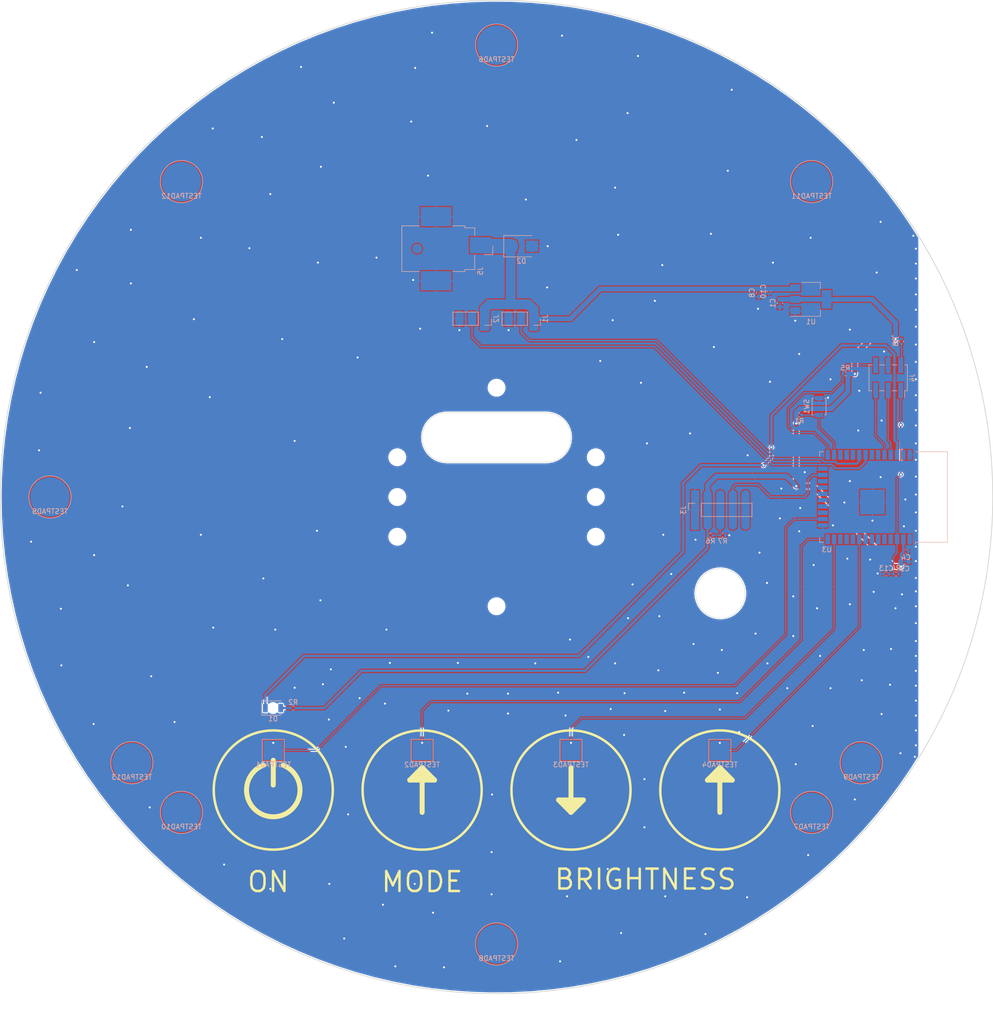
<source format=kicad_pcb>
(kicad_pcb (version 20171130) (host pcbnew "(5.1.8)-1")
  (layers (0 F.Cu signal hide) (31 B.Cu signal hide) (34 B.Paste user) (35 F.Paste user) (36 B.SilkS user) (37 F.SilkS user hide) (38 B.Mask user) (39 F.Mask user) (44 Edge.Cuts user))
  (net 0 "")
  (net 1 GND)
  (net 2 +3V3)
  (net 3 +5V)
  (net 4 /ESP_EN)
  (net 5 "Net-(D1-Pad2)")
  (net 6 /LED_ON)
  (net 7 /LED_WS2812B_1)
  (net 8 /LED_WS2812B_2)
  (net 9 "Net-(J3-Pad5)")
  (net 10 /MIC)
  (net 11 "Net-(J3-Pad3)")
  (net 12 /ESP_IO0)
  (net 13 /ESP_RXD)
  (net 14 /ESP_TXD)
  (net 15 "Net-(J4-Pad2)")
  (net 16 /SW)
  (net 17 /TOUCH_ON)
  (net 18 /TOUCH_BRIGHT_UP)
  (net 19 /TOUCH_BRIGHT_DN)
  (net 20 /TOUCH_MODE_UP)
  (net 21 "Net-(U3-Pad37)")
  (net 22 "Net-(U3-Pad32)")
  (net 23 "Net-(U3-Pad29)")
  (net 24 "Net-(U3-Pad28)")
  (net 25 "Net-(U3-Pad27)")
  (net 26 "Net-(U3-Pad24)")
  (net 27 "Net-(U3-Pad22)")
  (net 28 "Net-(U3-Pad21)")
  (net 29 "Net-(U3-Pad20)")
  (net 30 "Net-(U3-Pad19)")
  (net 31 "Net-(U3-Pad18)")
  (net 32 "Net-(U3-Pad17)")
  (net 33 "Net-(U3-Pad11)")
  (net 34 "Net-(U3-Pad10)")
  (net 35 "Net-(U3-Pad7)")
  (net 36 "Net-(U3-Pad5)")
  (net 37 "Net-(U3-Pad4)")
  (net 38 "Net-(U3-Pad6)")
  (net 39 "Net-(U3-Pad12)")
  (net 40 "Net-(U3-Pad33)")
  (net 41 "Net-(U3-Pad8)")
  (module morten_pcb:TestPoint_Pad_D8.0mm (layer B.Cu) (at 26.5 153.5)
    (fp_text reference TESTPAD13 (at 0 2.898) (layer B.SilkS) (effects (justify mirror)))
    (fp_text value TESTPAD)
    (pad 1 smd circle (at 0 0) (size 8 8) (layers B.Cu B.Mask) (net 1 GND))
  )
  (module morten_pcb:TestPoint_Pad_D8.0mm (layer B.Cu) (at 36.5 36.5)
    (fp_text reference TESTPAD12 (at 0 2.898) (layer B.SilkS) (effects (justify mirror)))
    (fp_text value TESTPAD)
    (pad 1 smd circle (at 0 0) (size 8 8) (layers B.Cu B.Mask) (net 1 GND))
  )
  (module morten_pcb:TestPoint_Pad_D8.0mm (layer B.Cu) (at 163.5 36.5)
    (fp_text reference TESTPAD11 (at 0 2.898) (layer B.SilkS) (effects (justify mirror)))
    (fp_text value TESTPAD)
    (pad 1 smd circle (at 0 0) (size 8 8) (layers B.Cu B.Mask) (net 1 GND))
  )
  (module morten_pcb:TestPoint_Pad_D8.0mm (layer B.Cu) (at 36.5 163.5)
    (fp_text reference TESTPAD10 (at 0 2.898) (layer B.SilkS) (effects (justify mirror)))
    (fp_text value TESTPAD)
    (pad 1 smd circle (at 0 0) (size 8 8) (layers B.Cu B.Mask) (net 1 GND))
  )
  (module morten_pcb:TestPoint_Pad_D8.0mm (layer B.Cu) (at 173.5 153.5)
    (fp_text reference TESTPAD9 (at 0 2.898) (layer B.SilkS) (effects (justify mirror)))
    (fp_text value TESTPAD)
    (pad 1 smd circle (at 0 0) (size 8 8) (layers B.Cu B.Mask) (net 1 GND))
  )
  (module morten_pcb:TestPoint_Pad_D8.0mm (layer B.Cu) (at 100 190)
    (fp_text reference TESTPAD8 (at 0 2.898) (layer B.SilkS) (effects (justify mirror)))
    (fp_text value TESTPAD)
    (pad 1 smd circle (at 0 0) (size 8 8) (layers B.Cu B.Mask) (net 1 GND))
  )
  (module morten_pcb:TestPoint_Pad_D8.0mm (layer B.Cu) (at 163.5 163.5)
    (fp_text reference TESTPAD7 (at 0 2.898) (layer B.SilkS) (effects (justify mirror)))
    (fp_text value TESTPAD)
    (pad 1 smd circle (at 0 0) (size 8 8) (layers B.Cu B.Mask) (net 1 GND))
  )
  (module morten_pcb:TestPoint_Pad_D8.0mm (layer B.Cu) (at 100 9)
    (fp_text reference TESTPAD6 (at 0 2.898) (layer B.SilkS) (effects (justify mirror)))
    (fp_text value TESTPAD)
    (pad 1 smd circle (at 0 0) (size 8 8) (layers B.Cu B.Mask) (net 1 GND))
  )
  (module morten_pcb:TestPoint_Pad_D8.0mm (layer B.Cu) (at 10 100)
    (fp_text reference TESTPAD5 (at 0 2.898) (layer B.SilkS) (effects (justify mirror)))
    (fp_text value TESTPAD)
    (pad 1 smd circle (at 0 0) (size 8 8) (layers B.Cu B.Mask) (net 1 GND))
  )
  (module Diode_SMD:D_SMB (layer B.Cu) (at 105 49.5)
    (fp_text reference D2 (at 0 3) (layer B.SilkS) (effects (justify mirror)))
    (fp_text value SMBJ5.0)
    (pad 2 smd rect (at 2.15 0) (size 2.5 2.3) (layers B.Cu B.Paste B.Mask) (net 1 GND))
    (pad 1 smd rect (at -2.15 0) (size 2.5 2.3) (layers B.Cu B.Paste B.Mask) (net 3 +5V))
  )
  (module Connector_BarrelJack:BarrelJack_CUI_PJ-036AH-SMT_Horizontal (layer B.Cu) (at 91 50 90)
    (fp_text reference J5 (at -4.5 5.75 90) (layer B.SilkS) (effects (justify mirror)))
    (fp_text value Barrel_Jack_Switch)
    (pad "" smd circle (at 0 -7 90) (size 2 2) (layers B.Cu B.Paste B.Mask))
    (pad 3 smd rect (at 6.45 -3.2 90) (size 3.9 6.2) (layers B.Cu B.Paste B.Mask) (net 1 GND))
    (pad 2 smd rect (at -6.45 -3.2 90) (size 3.9 6.2) (layers B.Cu B.Paste B.Mask) (net 1 GND))
    (pad 1 smd rect (at 0.7 5.8 90) (size 3.3 4.4) (layers B.Cu B.Paste B.Mask) (net 3 +5V))
  )
  (module MountingHole:MountingHole_3.2mm_M3_DIN965 (layer F.Cu) (at 100 122)
    (fp_text reference REF** hide)
    (fp_text value MountingHole_3.2mm_M3_DIN965)
    (pad 1 np_thru_hole circle (at 0 0) (size 3.2 3.2) (drill 3.2) (layers *.Cu *.Mask))
  )
  (module MountingHole:MountingHole_3.2mm_M3_DIN965 (layer F.Cu) (at 100 78)
    (fp_text reference REF** hide)
    (fp_text value MountingHole_3.2mm_M3_DIN965)
    (pad 1 np_thru_hole circle (at 0 0) (size 3.2 3.2) (drill 3.2) (layers *.Cu *.Mask))
  )
  (module MountingHole:MountingHole_3.2mm_M3_DIN965 (layer F.Cu) (at 120 100)
    (fp_text reference REF** hide)
    (fp_text value MountingHole_3.2mm_M3_DIN965)
    (pad 1 np_thru_hole circle (at 0 0) (size 3.2 3.2) (drill 3.2) (layers *.Cu *.Mask))
  )
  (module MountingHole:MountingHole_3.2mm_M3_DIN965 (layer F.Cu) (at 120 92)
    (fp_text reference REF** hide)
    (fp_text value MountingHole_3.2mm_M3_DIN965)
    (pad 1 np_thru_hole circle (at 0 0) (size 3.2 3.2) (drill 3.2) (layers *.Cu *.Mask))
  )
  (module MountingHole:MountingHole_3.2mm_M3_DIN965 (layer F.Cu) (at 120 108)
    (fp_text reference REF** hide)
    (fp_text value MountingHole_3.2mm_M3_DIN965)
    (pad 1 np_thru_hole circle (at 0 0) (size 3.2 3.2) (drill 3.2) (layers *.Cu *.Mask))
  )
  (module MountingHole:MountingHole_3.2mm_M3_DIN965 (layer F.Cu) (at 80 108)
    (fp_text reference REF** hide)
    (fp_text value MountingHole_3.2mm_M3_DIN965)
    (pad 1 np_thru_hole circle (at 0 0) (size 3.2 3.2) (drill 3.2) (layers *.Cu *.Mask))
  )
  (module MountingHole:MountingHole_3.2mm_M3_DIN965 (layer F.Cu) (at 80 92)
    (fp_text reference REF** hide)
    (fp_text value MountingHole_3.2mm_M3_DIN965)
    (pad 1 np_thru_hole circle (at 0 0) (size 3.2 3.2) (drill 3.2) (layers *.Cu *.Mask))
  )
  (module MountingHole:MountingHole_3.2mm_M3_DIN965 (layer F.Cu) (at 80 100)
    (fp_text reference REF** hide)
    (fp_text value MountingHole_3.2mm_M3_DIN965)
    (pad 1 np_thru_hole circle (at 0 0) (size 3.2 3.2) (drill 3.2) (layers *.Cu *.Mask))
  )
  (module RF_Module:ESP32-WROOM-32 (layer B.Cu) (at 175 100 90)
    (fp_text reference U3 (at -10.61 -8.43 180) (layer B.SilkS) (effects (justify mirror)))
    (fp_text value ESP32-WROOM-32D)
    (pad 38 smd rect (at 8.5 8.255 90) (size 2 0.9) (layers B.Cu B.Paste B.Mask) (net 1 GND))
    (pad 37 smd rect (at 8.5 6.985 90) (size 2 0.9) (layers B.Cu B.Paste B.Mask) (net 21 "Net-(U3-Pad37)"))
    (pad 36 smd rect (at 8.5 5.715 90) (size 2 0.9) (layers B.Cu B.Paste B.Mask) (net 6 /LED_ON))
    (pad 35 smd rect (at 8.5 4.445 90) (size 2 0.9) (layers B.Cu B.Paste B.Mask) (net 14 /ESP_TXD))
    (pad 34 smd rect (at 8.5 3.175 90) (size 2 0.9) (layers B.Cu B.Paste B.Mask) (net 13 /ESP_RXD))
    (pad 33 smd rect (at 8.5 1.905 90) (size 2 0.9) (layers B.Cu B.Paste B.Mask) (net 40 "Net-(U3-Pad33)"))
    (pad 32 smd rect (at 8.5 0.635 90) (size 2 0.9) (layers B.Cu B.Paste B.Mask) (net 22 "Net-(U3-Pad32)"))
    (pad 31 smd rect (at 8.5 -0.635 90) (size 2 0.9) (layers B.Cu B.Paste B.Mask) (net 8 /LED_WS2812B_2))
    (pad 30 smd rect (at 8.5 -1.905 90) (size 2 0.9) (layers B.Cu B.Paste B.Mask) (net 7 /LED_WS2812B_1))
    (pad 29 smd rect (at 8.5 -3.175 90) (size 2 0.9) (layers B.Cu B.Paste B.Mask) (net 23 "Net-(U3-Pad29)"))
    (pad 28 smd rect (at 8.5 -4.445 90) (size 2 0.9) (layers B.Cu B.Paste B.Mask) (net 24 "Net-(U3-Pad28)"))
    (pad 27 smd rect (at 8.5 -5.715 90) (size 2 0.9) (layers B.Cu B.Paste B.Mask) (net 25 "Net-(U3-Pad27)"))
    (pad 26 smd rect (at 8.5 -6.985 90) (size 2 0.9) (layers B.Cu B.Paste B.Mask) (net 16 /SW))
    (pad 25 smd rect (at 8.5 -8.255 90) (size 2 0.9) (layers B.Cu B.Paste B.Mask) (net 12 /ESP_IO0))
    (pad 24 smd rect (at 5.715 -9.255) (size 2 0.9) (layers B.Cu B.Paste B.Mask) (net 26 "Net-(U3-Pad24)"))
    (pad 23 smd rect (at 4.445 -9.255) (size 2 0.9) (layers B.Cu B.Paste B.Mask) (net 10 /MIC))
    (pad 22 smd rect (at 3.175 -9.255) (size 2 0.9) (layers B.Cu B.Paste B.Mask) (net 27 "Net-(U3-Pad22)"))
    (pad 21 smd rect (at 1.905 -9.255) (size 2 0.9) (layers B.Cu B.Paste B.Mask) (net 28 "Net-(U3-Pad21)"))
    (pad 20 smd rect (at 0.635 -9.255) (size 2 0.9) (layers B.Cu B.Paste B.Mask) (net 29 "Net-(U3-Pad20)"))
    (pad 19 smd rect (at -0.635 -9.255) (size 2 0.9) (layers B.Cu B.Paste B.Mask) (net 30 "Net-(U3-Pad19)"))
    (pad 18 smd rect (at -1.905 -9.255) (size 2 0.9) (layers B.Cu B.Paste B.Mask) (net 31 "Net-(U3-Pad18)"))
    (pad 17 smd rect (at -3.175 -9.255) (size 2 0.9) (layers B.Cu B.Paste B.Mask) (net 32 "Net-(U3-Pad17)"))
    (pad 16 smd rect (at -4.445 -9.255) (size 2 0.9) (layers B.Cu B.Paste B.Mask) (net 17 /TOUCH_ON))
    (pad 15 smd rect (at -5.715 -9.255) (size 2 0.9) (layers B.Cu B.Paste B.Mask) (net 1 GND))
    (pad 14 smd rect (at -8.5 -8.255 90) (size 2 0.9) (layers B.Cu B.Paste B.Mask) (net 18 /TOUCH_BRIGHT_UP))
    (pad 13 smd rect (at -8.5 -6.985 90) (size 2 0.9) (layers B.Cu B.Paste B.Mask) (net 19 /TOUCH_BRIGHT_DN))
    (pad 12 smd rect (at -8.5 -5.715 90) (size 2 0.9) (layers B.Cu B.Paste B.Mask) (net 39 "Net-(U3-Pad12)"))
    (pad 11 smd rect (at -8.5 -4.445 90) (size 2 0.9) (layers B.Cu B.Paste B.Mask) (net 33 "Net-(U3-Pad11)"))
    (pad 10 smd rect (at -8.5 -3.175 90) (size 2 0.9) (layers B.Cu B.Paste B.Mask) (net 34 "Net-(U3-Pad10)"))
    (pad 9 smd rect (at -8.5 -1.905 90) (size 2 0.9) (layers B.Cu B.Paste B.Mask) (net 20 /TOUCH_MODE_UP))
    (pad 8 smd rect (at -8.5 -0.635 90) (size 2 0.9) (layers B.Cu B.Paste B.Mask) (net 41 "Net-(U3-Pad8)"))
    (pad 7 smd rect (at -8.5 0.635 90) (size 2 0.9) (layers B.Cu B.Paste B.Mask) (net 35 "Net-(U3-Pad7)"))
    (pad 6 smd rect (at -8.5 1.905 90) (size 2 0.9) (layers B.Cu B.Paste B.Mask) (net 38 "Net-(U3-Pad6)"))
    (pad 5 smd rect (at -8.5 3.175 90) (size 2 0.9) (layers B.Cu B.Paste B.Mask) (net 36 "Net-(U3-Pad5)"))
    (pad 4 smd rect (at -8.5 4.445 90) (size 2 0.9) (layers B.Cu B.Paste B.Mask) (net 37 "Net-(U3-Pad4)"))
    (pad 3 smd rect (at -8.5 5.715 90) (size 2 0.9) (layers B.Cu B.Paste B.Mask) (net 4 /ESP_EN))
    (pad 2 smd rect (at -8.5 6.985 90) (size 2 0.9) (layers B.Cu B.Paste B.Mask) (net 2 +3V3))
    (pad 1 smd rect (at -8.5 8.255 90) (size 2 0.9) (layers B.Cu B.Paste B.Mask) (net 1 GND))
    (pad 39 smd rect (at -1 0.755 90) (size 5 5) (layers B.Cu B.Paste B.Mask) (net 1 GND))
  )
  (module Package_TO_SOT_SMD:SOT-223-3_TabPin2 (layer B.Cu) (at 163.35 60.2)
    (fp_text reference U1 (at 0 4.5) (layer B.SilkS) (effects (justify mirror)))
    (fp_text value LM1117-3.3)
    (pad 1 smd rect (at -3.15 2.3) (size 2 1.5) (layers B.Cu B.Paste B.Mask) (net 1 GND))
    (pad 3 smd rect (at -3.15 -2.3) (size 2 1.5) (layers B.Cu B.Paste B.Mask) (net 3 +5V))
    (pad 2 smd rect (at -3.15 0) (size 2 1.5) (layers B.Cu B.Paste B.Mask) (net 2 +3V3))
    (pad 2 smd rect (at 3.15 0) (size 2 3.8) (layers B.Cu B.Paste B.Mask) (net 2 +3V3))
  )
  (module TestPoint:TestPoint_Pad_4.0x4.0mm (layer B.Cu) (at 145 151)
    (fp_text reference TESTPAD4 (at 0 2.898) (layer B.SilkS) (effects (justify mirror)))
    (fp_text value TESTPAD)
    (pad 1 smd rect (at 0 0) (size 4 4) (layers B.Cu B.Mask) (net 20 /TOUCH_MODE_UP))
  )
  (module TestPoint:TestPoint_Pad_4.0x4.0mm (layer B.Cu) (at 115 151)
    (fp_text reference TESTPAD3 (at 0 2.898) (layer B.SilkS) (effects (justify mirror)))
    (fp_text value TESTPAD)
    (pad 1 smd rect (at 0 0) (size 4 4) (layers B.Cu B.Mask) (net 19 /TOUCH_BRIGHT_DN))
  )
  (module TestPoint:TestPoint_Pad_4.0x4.0mm (layer B.Cu) (at 85 151)
    (fp_text reference TESTPAD2 (at 0 2.898) (layer B.SilkS) (effects (justify mirror)))
    (fp_text value TESTPAD)
    (pad 1 smd rect (at 0 0) (size 4 4) (layers B.Cu B.Mask) (net 18 /TOUCH_BRIGHT_UP))
  )
  (module TestPoint:TestPoint_Pad_4.0x4.0mm (layer B.Cu) (at 55 151)
    (fp_text reference TESTPAD1 (at 0 2.898) (layer B.SilkS) (effects (justify mirror)))
    (fp_text value TESTPAD)
    (pad 1 smd rect (at 0 0) (size 4 4) (layers B.Cu B.Mask) (net 17 /TOUCH_ON))
  )
  (module Button_Switch_SMD:SW_SPST_B3U-1000P (layer B.Cu) (at 165 81.8 270)
    (fp_text reference SW1 (at 0 2.5 90) (layer B.SilkS) (effects (justify mirror)))
    (fp_text value SW_SPST)
    (pad 2 smd rect (at 1.7 0 270) (size 0.9 1.7) (layers B.Cu B.Paste B.Mask) (net 16 /SW))
    (pad 1 smd rect (at -1.7 0 270) (size 0.9 1.7) (layers B.Cu B.Paste B.Mask) (net 1 GND))
  )
  (module Resistor_SMD:R_0402_1005Metric (layer B.Cu) (at 181.6 68.69 270)
    (fp_text reference R8 (at 0 1.17 90) (layer B.SilkS) (effects (justify mirror)))
    (fp_text value 0R)
    (pad 2 smd roundrect (at 0.51 0 270) (size 0.54 0.64) (layers B.Cu B.Paste B.Mask) (net 15 "Net-(J4-Pad2)"))
    (pad 1 smd roundrect (at -0.51 0 270) (size 0.54 0.64) (layers B.Cu B.Paste B.Mask) (net 2 +3V3))
  )
  (module Resistor_SMD:R_0402_1005Metric (layer B.Cu) (at 145.59 107.7)
    (fp_text reference R7 (at 0 1.17) (layer B.SilkS) (effects (justify mirror)))
    (fp_text value 0R)
    (pad 2 smd roundrect (at 0.51 0) (size 0.54 0.64) (layers B.Cu B.Paste B.Mask) (net 1 GND))
    (pad 1 smd roundrect (at -0.51 0) (size 0.54 0.64) (layers B.Cu B.Paste B.Mask) (net 11 "Net-(J3-Pad3)"))
  )
  (module Resistor_SMD:R_0402_1005Metric (layer B.Cu) (at 143.1 107.7)
    (fp_text reference R6 (at 0 1.17) (layer B.SilkS) (effects (justify mirror)))
    (fp_text value 0R)
    (pad 2 smd roundrect (at 0.51 0) (size 0.54 0.64) (layers B.Cu B.Paste B.Mask) (net 11 "Net-(J3-Pad3)"))
    (pad 1 smd roundrect (at -0.51 0) (size 0.54 0.64) (layers B.Cu B.Paste B.Mask) (net 2 +3V3))
  )
  (module Resistor_SMD:R_0402_1005Metric (layer B.Cu) (at 170.29 75.2 180)
    (fp_text reference R5 (at 0 1.17) (layer B.SilkS) (effects (justify mirror)))
    (fp_text value 1K)
    (pad 2 smd roundrect (at 0.51 0 180) (size 0.54 0.64) (layers B.Cu B.Paste B.Mask) (net 12 /ESP_IO0))
    (pad 1 smd roundrect (at -0.51 0 180) (size 0.54 0.64) (layers B.Cu B.Paste B.Mask) (net 2 +3V3))
  )
  (module Resistor_SMD:R_0402_1005Metric (layer B.Cu) (at 180.5 115.5 180)
    (fp_text reference R4 (at 0 1.17) (layer B.SilkS) (effects (justify mirror)))
    (fp_text value 1K)
    (pad 2 smd roundrect (at 0.51 0 180) (size 0.54 0.64) (layers B.Cu B.Paste B.Mask) (net 4 /ESP_EN))
    (pad 1 smd roundrect (at -0.51 0 180) (size 0.54 0.64) (layers B.Cu B.Paste B.Mask) (net 2 +3V3))
  )
  (module Resistor_SMD:R_0402_1005Metric (layer B.Cu) (at 59.01 142.5 180)
    (fp_text reference R2 (at 0 1.17) (layer B.SilkS) (effects (justify mirror)))
    (fp_text value 1K)
    (pad 2 smd roundrect (at 0.51 0 180) (size 0.54 0.64) (layers B.Cu B.Paste B.Mask) (net 5 "Net-(D1-Pad2)"))
    (pad 1 smd roundrect (at -0.51 0 180) (size 0.54 0.64) (layers B.Cu B.Paste B.Mask) (net 2 +3V3))
  )
  (module Resistor_SMD:R_0402_1005Metric (layer B.Cu) (at 160.99 83.5)
    (fp_text reference R1 (at 0 1.17) (layer B.SilkS) (effects (justify mirror)))
    (fp_text value 2K2)
    (pad 2 smd roundrect (at 0.51 0) (size 0.54 0.64) (layers B.Cu B.Paste B.Mask) (net 16 /SW))
    (pad 1 smd roundrect (at -0.51 0) (size 0.54 0.64) (layers B.Cu B.Paste B.Mask) (net 2 +3V3))
  )
  (module Connector_PinHeader_2.54mm:PinHeader_2x03_P2.54mm_Vertical_SMD (layer B.Cu) (at 178.93 76 90)
    (fp_text reference J4 (at 0 4.87 90) (layer B.SilkS) (effects (justify mirror)))
    (fp_text value Conn_02x03_Odd_Even)
    (pad 6 smd rect (at 2.525 -2.54 90) (size 3.15 1) (layers B.Cu B.Paste B.Mask) (net 12 /ESP_IO0))
    (pad 5 smd rect (at -2.525 -2.54 90) (size 3.15 1) (layers B.Cu B.Paste B.Mask) (net 13 /ESP_RXD))
    (pad 4 smd rect (at 2.525 0 90) (size 3.15 1) (layers B.Cu B.Paste B.Mask) (net 1 GND))
    (pad 3 smd rect (at -2.525 0 90) (size 3.15 1) (layers B.Cu B.Paste B.Mask) (net 14 /ESP_TXD))
    (pad 2 smd rect (at 2.525 2.54 90) (size 3.15 1) (layers B.Cu B.Paste B.Mask) (net 15 "Net-(J4-Pad2)"))
    (pad 1 smd rect (at -2.525 2.54 90) (size 3.15 1) (layers B.Cu B.Paste B.Mask) (net 4 /ESP_EN))
  )
  (module Connector_PinHeader_2.54mm:PinHeader_1x05_P2.54mm_Vertical (layer B.Cu) (at 140 102.6 270)
    (fp_text reference J3 (at 0 2.33 90) (layer B.SilkS) (effects (justify mirror)))
    (fp_text value Conn_01x05)
    (pad 5 smd oval (at 0 -10.16 270) (size 8 1.7) (layers B.Cu B.Paste B.Mask) (net 9 "Net-(J3-Pad5)"))
    (pad 4 smd oval (at 0 -7.62 270) (size 8 1.7) (layers B.Cu B.Paste B.Mask) (net 10 /MIC))
    (pad 3 smd oval (at 0 -5.08 270) (size 8 1.7) (layers B.Cu B.Paste B.Mask) (net 11 "Net-(J3-Pad3)"))
    (pad 2 smd oval (at 0 -2.54 270) (size 8 1.7) (layers B.Cu B.Paste B.Mask) (net 2 +3V3))
    (pad 1 smd rect (at 0 0 270) (size 8 1.7) (layers B.Cu B.Paste B.Mask) (net 1 GND))
  )
  (module Connector_PinHeader_2.54mm:PinHeader_1x03_P2.54mm_Vertical (layer B.Cu) (at 97.6 64.1 90)
    (fp_text reference J2 (at 0 2.33 90) (layer B.SilkS) (effects (justify mirror)))
    (fp_text value Conn_01x03)
    (pad 3 smd roundrect (at 0 -5.08 90) (size 3 1.7) (layers B.Cu B.Mask) (net 1 GND))
    (pad 2 smd roundrect (at 0 -2.54) (size 1.7 3) (layers B.Cu B.Mask) (net 8 /LED_WS2812B_2))
    (pad 1 smd roundrect (at 0 0) (size 2 5) (layers B.Cu B.Mask) (net 3 +5V))
  )
  (module Connector_PinHeader_2.54mm:PinHeader_1x03_P2.54mm_Vertical (layer B.Cu) (at 107.5 64.1 90)
    (fp_text reference J1 (at 0 2.33 270) (layer B.SilkS) (effects (justify mirror)))
    (fp_text value Conn_01x03)
    (pad 3 smd roundrect (at 0 -5.08) (size 1.7 3) (layers B.Cu B.Paste B.Mask) (net 1 GND))
    (pad 2 smd roundrect (at 0 -2.54) (size 1.7 3) (layers B.Cu B.Paste B.Mask) (net 7 /LED_WS2812B_1))
    (pad 1 smd roundrect (at 0 0 90) (size 5 2) (layers B.Cu B.Paste B.Mask) (net 3 +5V))
  )
  (module LED_SMD:LED_1206_3216Metric_ReverseMount_Hole1.8x2.4mm (layer B.Cu) (at 54.95 142.5)
    (fp_text reference D1 (at 0 2.145) (layer B.SilkS) (effects (justify mirror)))
    (fp_text value LED_Small)
    (pad "" np_thru_hole circle (at 0 0) (size 2 2) (drill 2) (layers *.Cu *.Mask))
    (pad 2 smd roundrect (at 1.55 0) (size 0.95 1.75) (layers B.Cu B.Paste B.Mask) (roundrect_rratio 0.2) (net 5 "Net-(D1-Pad2)"))
    (pad 1 smd roundrect (at -1.55 0) (size 0.95 1.75) (layers B.Cu B.Paste B.Mask) (roundrect_rratio 0.2) (net 6 /LED_ON))
  )
  (module Capacitor_SMD:C_0402_1005Metric (layer B.Cu) (at 178.52 115.5 180)
    (fp_text reference C13 (at 0 1.16) (layer B.SilkS) (effects (justify mirror)))
    (fp_text value 100n)
    (pad 2 smd roundrect (at 0.48 0 180) (size 0.56 0.62) (layers B.Cu B.Paste B.Mask) (net 1 GND))
    (pad 1 smd roundrect (at -0.48 0 180) (size 0.56 0.62) (layers B.Cu B.Paste B.Mask) (net 4 /ESP_EN))
  )
  (module Capacitor_SMD:C_0402_1005Metric (layer B.Cu) (at 154.9 58.6 270)
    (fp_text reference C10 (at 0 1.16 90) (layer B.SilkS) (effects (justify mirror)))
    (fp_text value 100n)
    (pad 2 smd roundrect (at 0.48 0 270) (size 0.56 0.62) (layers B.Cu B.Paste B.Mask) (net 1 GND))
    (pad 1 smd roundrect (at -0.48 0 270) (size 0.56 0.62) (layers B.Cu B.Paste B.Mask) (net 3 +5V))
  )
  (module Capacitor_SMD:C_0603_1608Metric (layer B.Cu) (at 152.9 58.875 270)
    (fp_text reference C8 (at 0 1.43 90) (layer B.SilkS) (effects (justify mirror)))
    (fp_text value 10u/10V)
    (pad 2 smd roundrect (at 0.775 0 270) (size 0.9 0.95) (layers B.Cu B.Paste B.Mask) (net 1 GND))
    (pad 1 smd roundrect (at -0.775 0 270) (size 0.9 0.95) (layers B.Cu B.Paste B.Mask) (net 3 +5V))
  )
  (module Capacitor_SMD:C_0603_1608Metric (layer B.Cu) (at 182.275 113)
    (fp_text reference C5 (at 0 1.43) (layer B.SilkS) (effects (justify mirror)))
    (fp_text value 1u)
    (pad 2 smd roundrect (at 0.775 0) (size 0.9 0.95) (layers B.Cu B.Paste B.Mask) (net 1 GND))
    (pad 1 smd roundrect (at -0.775 0) (size 0.9 0.95) (layers B.Cu B.Paste B.Mask) (net 2 +3V3))
  )
  (module Capacitor_SMD:C_0402_1005Metric (layer B.Cu) (at 182.48 111)
    (fp_text reference C4 (at 0 1.16) (layer B.SilkS) (effects (justify mirror)))
    (fp_text value 100n)
    (pad 2 smd roundrect (at 0.48 0) (size 0.56 0.62) (layers B.Cu B.Paste B.Mask) (net 1 GND))
    (pad 1 smd roundrect (at -0.48 0) (size 0.56 0.62) (layers B.Cu B.Paste B.Mask) (net 2 +3V3))
  )
  (module Capacitor_SMD:C_0603_1608Metric (layer B.Cu) (at 157.1 60.975 270)
    (fp_text reference C1 (at 0 1.43 90) (layer B.SilkS) (effects (justify mirror)))
    (fp_text value 10u/10V)
    (pad 2 smd roundrect (at 0.775 0 270) (size 0.9 0.95) (layers B.Cu B.Paste B.Mask) (net 1 GND))
    (pad 1 smd roundrect (at -0.775 0 270) (size 0.9 0.95) (layers B.Cu B.Paste B.Mask) (net 2 +3V3))
  )
  (gr_circle (center 145.1 119.4) (end 150.1 119.4) (layer Edge.Cuts) (width 0.1))
  (gr_line (start 110 93) (end 90 93) (layer Edge.Cuts) (width 0.1))
  (gr_line (start 90 83) (end 110 83) (layer Edge.Cuts) (width 0.1))
  (gr_arc (start 110 88) (end 110 93) (angle -180) (layer Edge.Cuts) (width 0.1))
  (gr_arc (start 90 88) (end 90 83) (angle -180) (layer Edge.Cuts) (width 0.1))
  (gr_text ON (at 54 177.5) (layer F.SilkS) (effects (font (size 4 4) (thickness 0.5))))
  (gr_circle (center 100 100) (end 200 100) (layer Edge.Cuts) (width 0.15))
  (gr_line (start 55 153) (end 55 158) (layer F.SilkS) (width 1))
  (gr_arc (start 55 159) (end 53 154) (angle -316.397181) (layer F.SilkS) (width 1))
  (gr_circle (center 55 159) (end 43 159) (layer F.SilkS) (width 0.5))
  (gr_line (start 146.5 156.5) (end 143.5 156.5) (layer F.SilkS) (width 1))
  (gr_line (start 145 154.5) (end 147.5 157) (layer F.SilkS) (width 1))
  (gr_line (start 142.5 157) (end 145 154.5) (layer F.SilkS) (width 1))
  (gr_circle (center 85 159) (end 73 159) (layer F.SilkS) (width 0.5))
  (gr_line (start 145 163.5) (end 145 154.5) (layer F.SilkS) (width 1))
  (gr_line (start 144 155.5) (end 146 155.5) (layer F.SilkS) (width 1))
  (gr_line (start 142.5 157) (end 147.5 157) (layer F.SilkS) (width 1))
  (gr_line (start 86.5 156.5) (end 83.5 156.5) (layer F.SilkS) (width 1))
  (gr_circle (center 145 159) (end 133 159) (layer F.SilkS) (width 0.5))
  (gr_line (start 85 163.5) (end 85 154.5) (layer F.SilkS) (width 1))
  (gr_line (start 84 155.5) (end 86 155.5) (layer F.SilkS) (width 1))
  (gr_line (start 82.5 157) (end 87.5 157) (layer F.SilkS) (width 1))
  (gr_line (start 85 154.5) (end 87.5 157) (layer F.SilkS) (width 1))
  (gr_line (start 82.5 157) (end 85 154.5) (layer F.SilkS) (width 1))
  (gr_line (start 113.5 161.5) (end 116.5 161.5) (layer F.SilkS) (width 1))
  (gr_circle (center 115 159) (end 127 159) (layer F.SilkS) (width 0.5))
  (gr_line (start 114 162) (end 116 162) (layer F.SilkS) (width 1))
  (gr_line (start 117.5 161) (end 112.5 161) (layer F.SilkS) (width 1))
  (gr_line (start 115 163.5) (end 112.5 161) (layer F.SilkS) (width 1))
  (gr_line (start 117.5 161) (end 115 163.5) (layer F.SilkS) (width 1))
  (gr_line (start 115 154.5) (end 115 163.5) (layer F.SilkS) (width 1))
  (gr_text "MODE\n" (at 85 177.5) (layer F.SilkS) (effects (font (size 4 4) (thickness 0.5))))
  (gr_text "BRIGHTNESS\n" (at 130 177) (layer F.SilkS) (effects (font (size 4 4) (thickness 0.5))))
  (gr_circle (center 55 159) (end 66 159) (layer F.Cu) (width 0.001))
  (gr_circle (center 85 159) (end 96 159) (layer F.Cu) (width 0.001))
  (gr_circle (center 115 159) (end 126 159) (layer F.Cu) (width 0.001))
  (gr_circle (center 145 159) (end 156 159) (layer F.Cu) (width 0.001))
  (segment (start 182.96 111) (end 182.96 110.54) (width 0.25) (layer B.Cu) (net 1))
  (segment (start 183.255 110.245) (end 183.255 108.5) (width 0.25) (layer B.Cu) (net 1))
  (segment (start 182.96 110.54) (end 183.255 110.245) (width 0.25) (layer B.Cu) (net 1))
  (segment (start 182.96 112.91) (end 183.05 113) (width 0.25) (layer B.Cu) (net 1))
  (segment (start 182.96 111) (end 182.96 112.91) (width 0.25) (layer B.Cu) (net 1))
  (segment (start 165 80.1) (end 166.7 80.1) (width 0.25) (layer B.Cu) (net 1))
  (via (at 166.8 80) (size 0.8) (drill 0.4) (layers F.Cu B.Cu) (net 1))
  (segment (start 166.7 80.1) (end 166.8 80) (width 0.25) (layer B.Cu) (net 1))
  (segment (start 87.8 56.45) (end 83.35 56.45) (width 0.25) (layer B.Cu) (net 1))
  (via (at 83.2 56.3) (size 0.8) (drill 0.4) (layers F.Cu B.Cu) (net 1))
  (segment (start 83.35 56.45) (end 83.2 56.3) (width 0.25) (layer B.Cu) (net 1))
  (segment (start 107.15 49.5) (end 109.9 49.5) (width 0.25) (layer B.Cu) (net 1))
  (segment (start 109.9 49.5) (end 110 49.6) (width 0.25) (layer B.Cu) (net 1))
  (segment (start 109.9 49.5) (end 110.3 49.5) (width 0.25) (layer B.Cu) (net 1))
  (via (at 110.3 49.5) (size 0.8) (drill 0.4) (layers F.Cu B.Cu) (net 1))
  (segment (start 183.255 108.5) (end 183.255 107.055) (width 0.25) (layer B.Cu) (net 1))
  (via (at 182.1 105.9) (size 0.8) (drill 0.4) (layers F.Cu B.Cu) (net 1))
  (segment (start 183.255 107.055) (end 182.1 105.9) (width 0.25) (layer B.Cu) (net 1))
  (segment (start 175.755 101) (end 175.755 104.755) (width 0.25) (layer B.Cu) (net 1))
  (via (at 175.755 104.755) (size 0.8) (drill 0.4) (layers F.Cu B.Cu) (net 1))
  (segment (start 165.745 105.715) (end 167.785 105.715) (width 0.25) (layer B.Cu) (net 1))
  (via (at 167.785 105.715) (size 0.8) (drill 0.4) (layers F.Cu B.Cu) (net 1))
  (segment (start 146.1 107.7) (end 146.9 107.7) (width 0.25) (layer B.Cu) (net 1))
  (via (at 146.9 107.7) (size 0.8) (drill 0.4) (layers F.Cu B.Cu) (net 1))
  (via (at 102.420002 66.4) (size 0.8) (drill 0.4) (layers F.Cu B.Cu) (net 1))
  (segment (start 102.42 64.1) (end 102.42 66.399998) (width 0.25) (layer B.Cu) (net 1))
  (segment (start 102.42 66.399998) (end 102.420002 66.4) (width 0.25) (layer B.Cu) (net 1))
  (segment (start 92.52 64.1) (end 92.52 66.52) (width 0.25) (layer B.Cu) (net 1))
  (via (at 92.5 66.4) (size 0.8) (drill 0.4) (layers F.Cu B.Cu) (net 1))
  (segment (start 92.52 66.52) (end 92.52 66.42) (width 0.25) (layer B.Cu) (net 1))
  (segment (start 92.52 66.42) (end 92.5 66.4) (width 0.25) (layer B.Cu) (net 1))
  (segment (start 178.93 71.53) (end 178.1 70.7) (width 0.25) (layer B.Cu) (net 1))
  (segment (start 178.93 73.475) (end 178.93 71.53) (width 0.25) (layer B.Cu) (net 1))
  (via (at 178.1 70.7) (size 0.8) (drill 0.4) (layers F.Cu B.Cu) (net 1))
  (via (at 184.5 116.3) (size 0.8) (drill 0.4) (layers F.Cu B.Cu) (net 1))
  (via (at 184.5 119) (size 0.8) (drill 0.4) (layers F.Cu B.Cu) (net 1))
  (via (at 184.5 122) (size 0.8) (drill 0.4) (layers F.Cu B.Cu) (net 1))
  (via (at 184.5 125.4) (size 0.8) (drill 0.4) (layers F.Cu B.Cu) (net 1))
  (via (at 184.5 129) (size 0.8) (drill 0.4) (layers F.Cu B.Cu) (net 1))
  (via (at 184.5 132) (size 0.8) (drill 0.4) (layers F.Cu B.Cu) (net 1))
  (via (at 184.5 135) (size 0.8) (drill 0.4) (layers F.Cu B.Cu) (net 1))
  (via (at 184.5 138) (size 0.8) (drill 0.4) (layers F.Cu B.Cu) (net 1))
  (via (at 184.5 141) (size 0.8) (drill 0.4) (layers F.Cu B.Cu) (net 1))
  (via (at 184.5 144) (size 0.8) (drill 0.4) (layers F.Cu B.Cu) (net 1))
  (via (at 184.5 147) (size 0.8) (drill 0.4) (layers F.Cu B.Cu) (net 1))
  (via (at 184.5 150) (size 0.8) (drill 0.4) (layers F.Cu B.Cu) (net 1))
  (via (at 184.3 152.3) (size 0.8) (drill 0.4) (layers F.Cu B.Cu) (net 1))
  (via (at 184.5 112.9) (size 0.8) (drill 0.4) (layers F.Cu B.Cu) (net 1))
  (via (at 184.5 110) (size 0.8) (drill 0.4) (layers F.Cu B.Cu) (net 1))
  (via (at 184.5 106.8) (size 0.8) (drill 0.4) (layers F.Cu B.Cu) (net 1))
  (via (at 184.5 103.1) (size 0.8) (drill 0.4) (layers F.Cu B.Cu) (net 1))
  (via (at 184.5 99.5) (size 0.8) (drill 0.4) (layers F.Cu B.Cu) (net 1))
  (via (at 184.5 95.9) (size 0.8) (drill 0.4) (layers F.Cu B.Cu) (net 1))
  (via (at 184.5 92.5) (size 0.8) (drill 0.4) (layers F.Cu B.Cu) (net 1))
  (via (at 184.5 89.2) (size 0.8) (drill 0.4) (layers F.Cu B.Cu) (net 1))
  (via (at 184.5 85.6) (size 0.8) (drill 0.4) (layers F.Cu B.Cu) (net 1))
  (via (at 184.5 82.5) (size 0.8) (drill 0.4) (layers F.Cu B.Cu) (net 1))
  (via (at 184.5 79.5) (size 0.8) (drill 0.4) (layers F.Cu B.Cu) (net 1))
  (via (at 184.5 76.3) (size 0.8) (drill 0.4) (layers F.Cu B.Cu) (net 1))
  (via (at 184.5 72.8) (size 0.8) (drill 0.4) (layers F.Cu B.Cu) (net 1))
  (via (at 184.5 69.3) (size 0.8) (drill 0.4) (layers F.Cu B.Cu) (net 1))
  (via (at 184.5 65.7) (size 0.8) (drill 0.4) (layers F.Cu B.Cu) (net 1))
  (via (at 184.5 62.3) (size 0.8) (drill 0.4) (layers F.Cu B.Cu) (net 1))
  (via (at 184.5 59.2) (size 0.8) (drill 0.4) (layers F.Cu B.Cu) (net 1))
  (via (at 184.5 56) (size 0.8) (drill 0.4) (layers F.Cu B.Cu) (net 1))
  (via (at 184.5 53) (size 0.8) (drill 0.4) (layers F.Cu B.Cu) (net 1))
  (via (at 184.5 50) (size 0.8) (drill 0.4) (layers F.Cu B.Cu) (net 1))
  (via (at 184 47.4) (size 0.8) (drill 0.4) (layers F.Cu B.Cu) (net 1))
  (via (at 161 71.2) (size 0.8) (drill 0.4) (layers F.Cu B.Cu) (net 1))
  (via (at 123.4 64.4) (size 0.8) (drill 0.4) (layers F.Cu B.Cu) (net 1))
  (via (at 110.2 57.8) (size 0.8) (drill 0.4) (layers F.Cu B.Cu) (net 1))
  (via (at 105.9 40.1) (size 0.8) (drill 0.4) (layers F.Cu B.Cu) (net 1))
  (via (at 86.2 35.3) (size 0.8) (drill 0.4) (layers F.Cu B.Cu) (net 1))
  (via (at 126.4 22.7) (size 0.8) (drill 0.4) (layers F.Cu B.Cu) (net 1))
  (via (at 113.2 7.1) (size 0.8) (drill 0.4) (layers F.Cu B.Cu) (net 1))
  (via (at 147.4 18) (size 0.8) (drill 0.4) (layers F.Cu B.Cu) (net 1))
  (via (at 177.4 44.6) (size 0.8) (drill 0.4) (layers F.Cu B.Cu) (net 1))
  (via (at 143.2 47) (size 0.8) (drill 0.4) (layers F.Cu B.Cu) (net 1))
  (via (at 146.6 34.3) (size 0.8) (drill 0.4) (layers F.Cu B.Cu) (net 1))
  (via (at 123.9 37.7) (size 0.8) (drill 0.4) (layers F.Cu B.Cu) (net 1))
  (via (at 124.5 47.2) (size 0.8) (drill 0.4) (layers F.Cu B.Cu) (net 1))
  (via (at 143.8 69.8) (size 0.8) (drill 0.4) (layers F.Cu B.Cu) (net 1))
  (via (at 155.1 76.8) (size 0.8) (drill 0.4) (layers F.Cu B.Cu) (net 1))
  (via (at 139 87.2) (size 0.8) (drill 0.4) (layers F.Cu B.Cu) (net 1))
  (via (at 129.1 77) (size 0.8) (drill 0.4) (layers F.Cu B.Cu) (net 1))
  (via (at 130.3 89.2) (size 0.8) (drill 0.4) (layers F.Cu B.Cu) (net 1))
  (via (at 171.2 96.8) (size 0.8) (drill 0.4) (layers F.Cu B.Cu) (net 1))
  (via (at 172.9 86.6) (size 0.8) (drill 0.4) (layers F.Cu B.Cu) (net 1))
  (via (at 177.6 84.6) (size 0.8) (drill 0.4) (layers F.Cu B.Cu) (net 1))
  (via (at 177.4 96) (size 0.8) (drill 0.4) (layers F.Cu B.Cu) (net 1))
  (via (at 157.1 104.3) (size 0.8) (drill 0.4) (layers F.Cu B.Cu) (net 1))
  (via (at 161.2 102.2) (size 0.8) (drill 0.4) (layers F.Cu B.Cu) (net 1))
  (via (at 157.4 98.3) (size 0.8) (drill 0.4) (layers F.Cu B.Cu) (net 1))
  (via (at 162.1 95) (size 0.8) (drill 0.4) (layers F.Cu B.Cu) (net 1))
  (via (at 153 111.2) (size 0.8) (drill 0.4) (layers F.Cu B.Cu) (net 1))
  (via (at 163.9 113.7) (size 0.8) (drill 0.4) (layers F.Cu B.Cu) (net 1))
  (via (at 164.6 122.4) (size 0.8) (drill 0.4) (layers F.Cu B.Cu) (net 1))
  (via (at 170.7 112.4) (size 0.8) (drill 0.4) (layers F.Cu B.Cu) (net 1))
  (via (at 171.2 121.6) (size 0.8) (drill 0.4) (layers F.Cu B.Cu) (net 1))
  (via (at 175.3 112.6) (size 0.8) (drill 0.4) (layers F.Cu B.Cu) (net 1))
  (via (at 180.4 122.4) (size 0.8) (drill 0.4) (layers F.Cu B.Cu) (net 1))
  (via (at 176 119.1) (size 0.8) (drill 0.4) (layers F.Cu B.Cu) (net 1))
  (via (at 182.4 100.5) (size 0.8) (drill 0.4) (layers F.Cu B.Cu) (net 1))
  (via (at 132.8 124) (size 0.8) (drill 0.4) (layers F.Cu B.Cu) (net 1))
  (via (at 140.1 108.6) (size 0.8) (drill 0.4) (layers F.Cu B.Cu) (net 1))
  (via (at 133.6 107.6) (size 0.8) (drill 0.4) (layers F.Cu B.Cu) (net 1))
  (via (at 152.2 127.5) (size 0.8) (drill 0.4) (layers F.Cu B.Cu) (net 1))
  (via (at 145.4 130.8) (size 0.8) (drill 0.4) (layers F.Cu B.Cu) (net 1))
  (via (at 165.2 132) (size 0.8) (drill 0.4) (layers F.Cu B.Cu) (net 1))
  (via (at 158.6 138.5) (size 0.8) (drill 0.4) (layers F.Cu B.Cu) (net 1))
  (via (at 148.9 147.3) (size 0.8) (drill 0.4) (layers F.Cu B.Cu) (net 1))
  (via (at 145 142.8) (size 0.8) (drill 0.4) (layers F.Cu B.Cu) (net 1))
  (via (at 123 142.7) (size 0.8) (drill 0.4) (layers F.Cu B.Cu) (net 1))
  (via (at 134 143.1) (size 0.8) (drill 0.4) (layers F.Cu B.Cu) (net 1))
  (via (at 137.8 139.4) (size 0.8) (drill 0.4) (layers F.Cu B.Cu) (net 1))
  (via (at 148.5 139.5) (size 0.8) (drill 0.4) (layers F.Cu B.Cu) (net 1))
  (via (at 154.6 133.5) (size 0.8) (drill 0.4) (layers F.Cu B.Cu) (net 1))
  (via (at 159.8 128) (size 0.8) (drill 0.4) (layers F.Cu B.Cu) (net 1))
  (via (at 159.8 120) (size 0.8) (drill 0.4) (layers F.Cu B.Cu) (net 1))
  (via (at 161 106.9) (size 0.8) (drill 0.4) (layers F.Cu B.Cu) (net 1))
  (via (at 123.9 133.5) (size 0.8) (drill 0.4) (layers F.Cu B.Cu) (net 1))
  (via (at 132.6 134.9) (size 0.8) (drill 0.4) (layers F.Cu B.Cu) (net 1))
  (via (at 144.6 135.4) (size 0.8) (drill 0.4) (layers F.Cu B.Cu) (net 1))
  (via (at 125.8 139.5) (size 0.8) (drill 0.4) (layers F.Cu B.Cu) (net 1))
  (via (at 112.4 139.4) (size 0.8) (drill 0.4) (layers F.Cu B.Cu) (net 1))
  (via (at 102.3 139.6) (size 0.8) (drill 0.4) (layers F.Cu B.Cu) (net 1))
  (via (at 94.1 139.6) (size 0.8) (drill 0.4) (layers F.Cu B.Cu) (net 1))
  (via (at 90.3 143) (size 0.8) (drill 0.4) (layers F.Cu B.Cu) (net 1))
  (via (at 102.3 143.6) (size 0.8) (drill 0.4) (layers F.Cu B.Cu) (net 1))
  (via (at 113.9 144) (size 0.8) (drill 0.4) (layers F.Cu B.Cu) (net 1))
  (via (at 129.8 156.8) (size 0.8) (drill 0.4) (layers F.Cu B.Cu) (net 1))
  (via (at 160.3 153.8) (size 0.8) (drill 0.4) (layers F.Cu B.Cu) (net 1))
  (via (at 163.7 146.1) (size 0.8) (drill 0.4) (layers F.Cu B.Cu) (net 1))
  (via (at 173.6 136.9) (size 0.8) (drill 0.4) (layers F.Cu B.Cu) (net 1))
  (via (at 177.6 143.7) (size 0.8) (drill 0.4) (layers F.Cu B.Cu) (net 1))
  (via (at 181.4 151.6) (size 0.8) (drill 0.4) (layers F.Cu B.Cu) (net 1))
  (via (at 172.2 160.9) (size 0.8) (drill 0.4) (layers F.Cu B.Cu) (net 1))
  (via (at 167.3 138.5) (size 0.8) (drill 0.4) (layers F.Cu B.Cu) (net 1))
  (via (at 179.5 130.6) (size 0.8) (drill 0.4) (layers F.Cu B.Cu) (net 1))
  (via (at 99.1 159.9) (size 0.8) (drill 0.4) (layers F.Cu B.Cu) (net 1))
  (via (at 99 171.5) (size 0.8) (drill 0.4) (layers F.Cu B.Cu) (net 1))
  (via (at 69.6 150.3) (size 0.8) (drill 0.4) (layers F.Cu B.Cu) (net 1))
  (via (at 77.5 141.6) (size 0.8) (drill 0.4) (layers F.Cu B.Cu) (net 1))
  (via (at 72.4 140.5) (size 0.8) (drill 0.4) (layers F.Cu B.Cu) (net 1))
  (via (at 66.2 144.8) (size 0.8) (drill 0.4) (layers F.Cu B.Cu) (net 1))
  (via (at 59.3 138.4) (size 0.8) (drill 0.4) (layers F.Cu B.Cu) (net 1))
  (via (at 65 137.7) (size 0.8) (drill 0.4) (layers F.Cu B.Cu) (net 1))
  (via (at 66.6 134.7) (size 0.8) (drill 0.4) (layers F.Cu B.Cu) (net 1))
  (via (at 107.8 133.5) (size 0.8) (drill 0.4) (layers F.Cu B.Cu) (net 1))
  (via (at 92.2 133.4) (size 0.8) (drill 0.4) (layers F.Cu B.Cu) (net 1))
  (via (at 78.5 133.4) (size 0.8) (drill 0.4) (layers F.Cu B.Cu) (net 1))
  (via (at 118.5 132.2) (size 0.8) (drill 0.4) (layers F.Cu B.Cu) (net 1))
  (via (at 126.5 124.4) (size 0.8) (drill 0.4) (layers F.Cu B.Cu) (net 1))
  (via (at 135.2 115.5) (size 0.8) (drill 0.4) (layers F.Cu B.Cu) (net 1))
  (via (at 139.7 129.6) (size 0.8) (drill 0.4) (layers F.Cu B.Cu) (net 1))
  (via (at 150.5 180.6) (size 0.8) (drill 0.4) (layers F.Cu B.Cu) (net 1))
  (via (at 125.1 187.8) (size 0.8) (drill 0.4) (layers F.Cu B.Cu) (net 1))
  (via (at 112.8 193.5) (size 0.8) (drill 0.4) (layers F.Cu B.Cu) (net 1))
  (via (at 114.2 180.4) (size 0.8) (drill 0.4) (layers F.Cu B.Cu) (net 1))
  (via (at 134 180.4) (size 0.8) (drill 0.4) (layers F.Cu B.Cu) (net 1))
  (via (at 99 180) (size 0.8) (drill 0.4) (layers F.Cu B.Cu) (net 1))
  (via (at 83.5 177.9) (size 0.8) (drill 0.4) (layers F.Cu B.Cu) (net 1))
  (via (at 66.3 177.9) (size 0.8) (drill 0.4) (layers F.Cu B.Cu) (net 1))
  (via (at 54.4 178.9) (size 0.8) (drill 0.4) (layers F.Cu B.Cu) (net 1))
  (via (at 69.3 188.9) (size 0.8) (drill 0.4) (layers F.Cu B.Cu) (net 1))
  (via (at 89.4 194.7) (size 0.8) (drill 0.4) (layers F.Cu B.Cu) (net 1))
  (via (at 87.2 183.7) (size 0.8) (drill 0.4) (layers F.Cu B.Cu) (net 1))
  (via (at 45.1 174) (size 0.8) (drill 0.4) (layers F.Cu B.Cu) (net 1))
  (via (at 30.1 162.5) (size 0.8) (drill 0.4) (layers F.Cu B.Cu) (net 1))
  (via (at 18.8 145.7) (size 0.8) (drill 0.4) (layers F.Cu B.Cu) (net 1))
  (via (at 12.2 122.5) (size 0.8) (drill 0.4) (layers F.Cu B.Cu) (net 1))
  (via (at 6.2 109) (size 0.8) (drill 0.4) (layers F.Cu B.Cu) (net 1))
  (via (at 40.4 107.6) (size 0.8) (drill 0.4) (layers F.Cu B.Cu) (net 1))
  (via (at 24.6 101.9) (size 0.8) (drill 0.4) (layers F.Cu B.Cu) (net 1))
  (via (at 63.8 106.8) (size 0.8) (drill 0.4) (layers F.Cu B.Cu) (net 1))
  (via (at 64.5 120.8) (size 0.8) (drill 0.4) (layers F.Cu B.Cu) (net 1))
  (via (at 77.8 126.7) (size 0.8) (drill 0.4) (layers F.Cu B.Cu) (net 1))
  (via (at 42.9 126.3) (size 0.8) (drill 0.4) (layers F.Cu B.Cu) (net 1))
  (via (at 30.4 136.1) (size 0.8) (drill 0.4) (layers F.Cu B.Cu) (net 1))
  (via (at 25.7 117.8) (size 0.8) (drill 0.4) (layers F.Cu B.Cu) (net 1))
  (via (at 53 116.4) (size 0.8) (drill 0.4) (layers F.Cu B.Cu) (net 1))
  (via (at 55.4 126.7) (size 0.8) (drill 0.4) (layers F.Cu B.Cu) (net 1))
  (via (at 7.8 90.6) (size 0.8) (drill 0.4) (layers F.Cu B.Cu) (net 1))
  (via (at 18.9 68.8) (size 0.8) (drill 0.4) (layers F.Cu B.Cu) (net 1))
  (via (at 26.3 46.2) (size 0.8) (drill 0.4) (layers F.Cu B.Cu) (net 1))
  (via (at 8.1 79) (size 0.8) (drill 0.4) (layers F.Cu B.Cu) (net 1))
  (via (at 26.1 86.1) (size 0.8) (drill 0.4) (layers F.Cu B.Cu) (net 1))
  (via (at 39 64.2) (size 0.8) (drill 0.4) (layers F.Cu B.Cu) (net 1))
  (via (at 26.3 57) (size 0.8) (drill 0.4) (layers F.Cu B.Cu) (net 1))
  (via (at 50.2 49.9) (size 0.8) (drill 0.4) (layers F.Cu B.Cu) (net 1))
  (via (at 42.2 79.9) (size 0.8) (drill 0.4) (layers F.Cu B.Cu) (net 1))
  (via (at 59.3 88.7) (size 0.8) (drill 0.4) (layers F.Cu B.Cu) (net 1))
  (via (at 72 71.9) (size 0.8) (drill 0.4) (layers F.Cu B.Cu) (net 1))
  (via (at 84.6 66.1) (size 0.8) (drill 0.4) (layers F.Cu B.Cu) (net 1))
  (via (at 56.8 68.2) (size 0.8) (drill 0.4) (layers F.Cu B.Cu) (net 1))
  (via (at 64 52.8) (size 0.8) (drill 0.4) (layers F.Cu B.Cu) (net 1))
  (via (at 75.8 51.8) (size 0.8) (drill 0.4) (layers F.Cu B.Cu) (net 1))
  (via (at 64.6 33.5) (size 0.8) (drill 0.4) (layers F.Cu B.Cu) (net 1))
  (via (at 52.7 27.5) (size 0.8) (drill 0.4) (layers F.Cu B.Cu) (net 1))
  (via (at 54.4 39) (size 0.8) (drill 0.4) (layers F.Cu B.Cu) (net 1))
  (via (at 60.6 13.4) (size 0.8) (drill 0.4) (layers F.Cu B.Cu) (net 1))
  (via (at 87 6.5) (size 0.8) (drill 0.4) (layers F.Cu B.Cu) (net 1))
  (via (at 67.2 20.6) (size 0.8) (drill 0.4) (layers F.Cu B.Cu) (net 1))
  (via (at 83.6 13.6) (size 0.8) (drill 0.4) (layers F.Cu B.Cu) (net 1))
  (via (at 98.1 25.3) (size 0.8) (drill 0.4) (layers F.Cu B.Cu) (net 1))
  (via (at 82.8 24.4) (size 0.8) (drill 0.4) (layers F.Cu B.Cu) (net 1))
  (via (at 116.1 28.1) (size 0.8) (drill 0.4) (layers F.Cu B.Cu) (net 1))
  (via (at 128.5 11.2) (size 0.8) (drill 0.4) (layers F.Cu B.Cu) (net 1))
  (via (at 163.3 47.8) (size 0.8) (drill 0.4) (layers F.Cu B.Cu) (net 1))
  (via (at 176.6 54.8) (size 0.8) (drill 0.4) (layers F.Cu B.Cu) (net 1))
  (via (at 131.9 60.5) (size 0.8) (drill 0.4) (layers F.Cu B.Cu) (net 1))
  (via (at 152.7 62.1) (size 0.8) (drill 0.4) (layers F.Cu B.Cu) (net 1))
  (via (at 120.9 72.6) (size 0.8) (drill 0.4) (layers F.Cu B.Cu) (net 1))
  (via (at 150.6 91.6) (size 0.8) (drill 0.4) (layers F.Cu B.Cu) (net 1))
  (via (at 127.4 117.6) (size 0.8) (drill 0.4) (layers F.Cu B.Cu) (net 1))
  (via (at 114.8 128.7) (size 0.8) (drill 0.4) (layers F.Cu B.Cu) (net 1))
  (via (at 170.1 101.1) (size 0.8) (drill 0.4) (layers F.Cu B.Cu) (net 1))
  (via (at 181.7 119.6) (size 0.8) (drill 0.4) (layers F.Cu B.Cu) (net 1))
  (via (at 176.8 115.4) (size 0.8) (drill 0.4) (layers F.Cu B.Cu) (net 1))
  (via (at 173.1 78.6) (size 0.8) (drill 0.4) (layers F.Cu B.Cu) (net 1))
  (via (at 167.3 76.3) (size 0.8) (drill 0.4) (layers F.Cu B.Cu) (net 1))
  (via (at 171.2 66.3) (size 0.8) (drill 0.4) (layers F.Cu B.Cu) (net 1))
  (via (at 133.4 53.3) (size 0.8) (drill 0.4) (layers F.Cu B.Cu) (net 1))
  (via (at 155.7 52.8) (size 0.8) (drill 0.4) (layers F.Cu B.Cu) (net 1))
  (via (at 129.8 166.5) (size 0.8) (drill 0.4) (layers F.Cu B.Cu) (net 1))
  (via (at 70.1 163.9) (size 0.8) (drill 0.4) (layers F.Cu B.Cu) (net 1))
  (via (at 77.1 182.1) (size 0.8) (drill 0.4) (layers F.Cu B.Cu) (net 1))
  (via (at 79.6 194.5) (size 0.8) (drill 0.4) (layers F.Cu B.Cu) (net 1))
  (via (at 122.4 174.9) (size 0.8) (drill 0.4) (layers F.Cu B.Cu) (net 1))
  (via (at 142.1 188) (size 0.8) (drill 0.4) (layers F.Cu B.Cu) (net 1))
  (via (at 160.2 64.5) (size 0.8) (drill 0.4) (layers F.Cu B.Cu) (net 1))
  (via (at 125.7 147.9) (size 0.8) (drill 0.4) (layers F.Cu B.Cu) (net 1))
  (via (at 179.3 137.8) (size 0.8) (drill 0.4) (layers F.Cu B.Cu) (net 1))
  (via (at 174 130.8) (size 0.8) (drill 0.4) (layers F.Cu B.Cu) (net 1))
  (via (at 154.5 117.3) (size 0.8) (drill 0.4) (layers F.Cu B.Cu) (net 1))
  (via (at 12.3 133.9) (size 0.8) (drill 0.4) (layers F.Cu B.Cu) (net 1))
  (via (at 18.9 111.7) (size 0.8) (drill 0.4) (layers F.Cu B.Cu) (net 1))
  (via (at 29.5 73.8) (size 0.8) (drill 0.4) (layers F.Cu B.Cu) (net 1))
  (via (at 15.4 54.3) (size 0.8) (drill 0.4) (layers F.Cu B.Cu) (net 1))
  (via (at 40.4 47.8) (size 0.8) (drill 0.4) (layers F.Cu B.Cu) (net 1))
  (via (at 42.8 25.8) (size 0.8) (drill 0.4) (layers F.Cu B.Cu) (net 1))
  (via (at 162.8 172.1) (size 0.8) (drill 0.4) (layers F.Cu B.Cu) (net 1))
  (via (at 35.1 145.3) (size 0.8) (drill 0.4) (layers F.Cu B.Cu) (net 1))
  (via (at 180.4 68.2) (size 0.8) (drill 0.4) (layers F.Cu B.Cu) (net 2))
  (via (at 172.2 75.2) (size 0.8) (drill 0.4) (layers F.Cu B.Cu) (net 2))
  (segment (start 181.985 110.985) (end 182 111) (width 0.25) (layer B.Cu) (net 2))
  (segment (start 181.985 108.5) (end 181.985 110.985) (width 0.5) (layer B.Cu) (net 2))
  (segment (start 182 111) (end 181.5 111.5) (width 0.5) (layer B.Cu) (net 2))
  (segment (start 181.5 111.5) (end 181.5 113) (width 0.5) (layer B.Cu) (net 2))
  (segment (start 181.01 115.5) (end 181.01 114.49) (width 0.25) (layer B.Cu) (net 2))
  (segment (start 181.01 114.49) (end 181.5 114) (width 0.25) (layer B.Cu) (net 2))
  (segment (start 170.8 75.2) (end 172.2 75.2) (width 1) (layer B.Cu) (net 2))
  (segment (start 180.42 68.18) (end 180.4 68.2) (width 0.25) (layer B.Cu) (net 2))
  (segment (start 181.6 68.18) (end 180.42 68.18) (width 0.5) (layer B.Cu) (net 2))
  (segment (start 172.2 75.2) (end 172.2 71.4) (width 1) (layer F.Cu) (net 2))
  (segment (start 175.4 68.2) (end 180.4 68.2) (width 1) (layer F.Cu) (net 2))
  (segment (start 172.2 71.4) (end 175.4 68.2) (width 1) (layer F.Cu) (net 2))
  (via (at 181.5 114) (size 0.8) (drill 0.4) (layers F.Cu B.Cu) (net 2))
  (segment (start 181.5 113) (end 181.5 114) (width 1) (layer B.Cu) (net 2))
  (via (at 160.4 85.2) (size 0.8) (drill 0.4) (layers F.Cu B.Cu) (net 2))
  (segment (start 160.48 85.12) (end 160.4 85.2) (width 0.25) (layer B.Cu) (net 2))
  (via (at 160.4 97.799998) (size 0.8) (drill 0.4) (layers F.Cu B.Cu) (net 2))
  (segment (start 160.4 85.765685) (end 160.4 97.799998) (width 1) (layer F.Cu) (net 2))
  (segment (start 160.4 85.2) (end 160.4 85.765685) (width 1) (layer F.Cu) (net 2))
  (segment (start 160.2 60.2) (end 157.1 60.2) (width 1) (layer B.Cu) (net 2))
  (segment (start 160.2 60.2) (end 166.5 60.2) (width 1) (layer B.Cu) (net 2))
  (segment (start 163.799998 97.799998) (end 160.4 97.799998) (width 1) (layer F.Cu) (net 2))
  (segment (start 180 114) (end 163.799998 97.799998) (width 1) (layer F.Cu) (net 2))
  (segment (start 181.5 114) (end 180 114) (width 1) (layer F.Cu) (net 2))
  (segment (start 117.8 135) (end 142.54 110.26) (width 0.5) (layer B.Cu) (net 2))
  (segment (start 72.8 135) (end 117.8 135) (width 0.5) (layer B.Cu) (net 2))
  (segment (start 142.54 110.26) (end 142.54 102.6) (width 0.5) (layer B.Cu) (net 2))
  (segment (start 65.3 142.5) (end 72.8 135) (width 0.5) (layer B.Cu) (net 2))
  (segment (start 59.52 142.5) (end 65.3 142.5) (width 0.5) (layer B.Cu) (net 2))
  (segment (start 166.5 60.2) (end 175.7 60.2) (width 1) (layer B.Cu) (net 2))
  (segment (start 180.4 64.9) (end 180.4 68.2) (width 1) (layer B.Cu) (net 2))
  (segment (start 175.7 60.2) (end 180.4 64.9) (width 1) (layer B.Cu) (net 2))
  (segment (start 158.400002 95.8) (end 160.4 97.799998) (width 1) (layer B.Cu) (net 2))
  (segment (start 144.3 95.8) (end 158.400002 95.8) (width 1) (layer B.Cu) (net 2))
  (segment (start 142.54 97.56) (end 144.3 95.8) (width 1) (layer B.Cu) (net 2))
  (segment (start 142.54 102.6) (end 142.54 97.56) (width 1) (layer B.Cu) (net 2))
  (segment (start 160.4 83.58) (end 160.4 85.04) (width 1) (layer B.Cu) (net 2))
  (segment (start 170.8 78.83641) (end 170.8 75.2) (width 1) (layer B.Cu) (net 2))
  (segment (start 167.43641 82.2) (end 170.8 78.83641) (width 1) (layer B.Cu) (net 2))
  (segment (start 161.2 82.2) (end 167.43641 82.2) (width 1) (layer B.Cu) (net 2))
  (segment (start 160.4 83) (end 161.2 82.2) (width 1) (layer B.Cu) (net 2))
  (segment (start 160.4 83.6) (end 160.4 83) (width 1) (layer B.Cu) (net 2))
  (segment (start 159.98 58.12) (end 160.2 57.9) (width 0.25) (layer B.Cu) (net 3))
  (segment (start 154.9 58.12) (end 159.98 58.12) (width 1) (layer B.Cu) (net 3))
  (segment (start 154.88 58.1) (end 154.9 58.12) (width 0.25) (layer B.Cu) (net 3))
  (segment (start 152.9 58.1) (end 154.88 58.1) (width 1) (layer B.Cu) (net 3))
  (segment (start 97.6 64.1) (end 97.6 62.1) (width 2) (layer B.Cu) (net 3))
  (segment (start 97.6 62.1) (end 98.5 61.2) (width 2) (layer B.Cu) (net 3))
  (segment (start 107.5 62.3) (end 107.5 64.1) (width 2) (layer B.Cu) (net 3))
  (segment (start 106.4 61.2) (end 107.5 62.3) (width 2) (layer B.Cu) (net 3))
  (segment (start 102.7 49.35) (end 102.85 49.5) (width 0.25) (layer B.Cu) (net 3))
  (segment (start 102.85 49.5) (end 102.85 57.85) (width 2) (layer B.Cu) (net 3))
  (segment (start 97 49.5) (end 96.8 49.3) (width 0.25) (layer B.Cu) (net 3))
  (segment (start 102.85 49.5) (end 97 49.5) (width 3) (layer B.Cu) (net 3))
  (segment (start 152.9 58.1) (end 120.9 58.1) (width 1) (layer B.Cu) (net 3))
  (segment (start 114.9 64.1) (end 107.5 64.1) (width 1) (layer B.Cu) (net 3))
  (segment (start 120.9 58.1) (end 114.9 64.1) (width 1) (layer B.Cu) (net 3))
  (segment (start 102.85 61.15) (end 102.8 61.2) (width 0.25) (layer B.Cu) (net 3))
  (segment (start 102.85 57.85) (end 102.85 61.15) (width 2) (layer B.Cu) (net 3))
  (segment (start 102.8 61.2) (end 106.4 61.2) (width 2) (layer B.Cu) (net 3))
  (segment (start 98.5 61.2) (end 102.8 61.2) (width 2) (layer B.Cu) (net 3))
  (segment (start 180.715 108.5) (end 180.715 111.285) (width 0.25) (layer B.Cu) (net 4))
  (segment (start 179.99 112.01) (end 179.99 115.5) (width 0.25) (layer B.Cu) (net 4))
  (segment (start 180.715 111.285) (end 179.99 112.01) (width 0.25) (layer B.Cu) (net 4))
  (segment (start 179 115.5) (end 179.99 115.5) (width 0.25) (layer B.Cu) (net 4))
  (segment (start 181.47 78.525) (end 181.47 85.47) (width 0.25) (layer B.Cu) (net 4))
  (via (at 181.47 85.47) (size 0.8) (drill 0.4) (layers F.Cu B.Cu) (net 4))
  (segment (start 181.47 85.47) (end 181.47 95.47) (width 0.25) (layer F.Cu) (net 4))
  (via (at 181.47 95.47) (size 0.8) (drill 0.4) (layers F.Cu B.Cu) (net 4))
  (segment (start 180.715 96.225) (end 181.47 95.47) (width 0.25) (layer B.Cu) (net 4))
  (segment (start 180.715 108.5) (end 180.715 96.225) (width 0.25) (layer B.Cu) (net 4))
  (segment (start 56.5 142.5) (end 58.5 142.5) (width 0.5) (layer B.Cu) (net 5))
  (via (at 155.4 90) (size 0.8) (drill 0.4) (layers F.Cu B.Cu) (net 6))
  (via (at 153.8 93.6) (size 0.8) (drill 0.4) (layers F.Cu B.Cu) (net 6))
  (segment (start 155.4 92) (end 153.8 93.6) (width 0.5) (layer F.Cu) (net 6))
  (segment (start 155.4 90) (end 155.4 92) (width 0.5) (layer F.Cu) (net 6))
  (segment (start 61.2 132) (end 112.4 132) (width 0.5) (layer B.Cu) (net 6))
  (segment (start 53.4 139.8) (end 61.2 132) (width 0.5) (layer B.Cu) (net 6))
  (segment (start 53.4 142.5) (end 53.4 139.8) (width 0.5) (layer B.Cu) (net 6))
  (segment (start 141.2 93.6) (end 153.8 93.6) (width 0.5) (layer B.Cu) (net 6))
  (segment (start 137.6 97.2) (end 141.2 93.6) (width 0.5) (layer B.Cu) (net 6))
  (segment (start 137.6 111) (end 137.6 97.2) (width 0.5) (layer B.Cu) (net 6))
  (segment (start 116.6 132) (end 137.6 111) (width 0.5) (layer B.Cu) (net 6))
  (segment (start 112.4 132) (end 116.6 132) (width 0.5) (layer B.Cu) (net 6))
  (segment (start 155.4 83.6) (end 155.4 90) (width 0.5) (layer B.Cu) (net 6))
  (segment (start 169.5 69.5) (end 155.4 83.6) (width 0.5) (layer B.Cu) (net 6))
  (segment (start 178.5 69.5) (end 169.5 69.5) (width 0.5) (layer B.Cu) (net 6))
  (segment (start 180.2 71.2) (end 178.5 69.5) (width 0.5) (layer B.Cu) (net 6))
  (segment (start 180.2 88.5) (end 180.2 71.2) (width 0.5) (layer B.Cu) (net 6))
  (segment (start 180.715 89.015) (end 180.2 88.5) (width 0.5) (layer B.Cu) (net 6))
  (segment (start 180.715 91.5) (end 180.715 89.015) (width 0.5) (layer B.Cu) (net 6))
  (segment (start 106.6 68.5) (end 104.96 66.86) (width 0.35) (layer B.Cu) (net 7))
  (segment (start 156 92.3) (end 132.2 68.5) (width 0.35) (layer B.Cu) (net 7))
  (segment (start 165.419998 92.3) (end 156 92.3) (width 0.35) (layer B.Cu) (net 7))
  (segment (start 168.309988 92.909988) (end 166.029986 92.909988) (width 0.35) (layer B.Cu) (net 7))
  (segment (start 168.7 93.3) (end 168.309988 92.909988) (width 0.35) (layer B.Cu) (net 7))
  (segment (start 172.6 93.3) (end 168.7 93.3) (width 0.35) (layer B.Cu) (net 7))
  (segment (start 132.2 68.5) (end 106.6 68.5) (width 0.35) (layer B.Cu) (net 7))
  (segment (start 166.029986 92.909988) (end 165.419998 92.3) (width 0.35) (layer B.Cu) (net 7))
  (segment (start 173.095 92.805) (end 172.6 93.3) (width 0.35) (layer B.Cu) (net 7))
  (segment (start 104.96 66.86) (end 104.96 64.1) (width 0.35) (layer B.Cu) (net 7))
  (segment (start 173.095 91.5) (end 173.095 92.805) (width 0.35) (layer B.Cu) (net 7))
  (segment (start 95.06 67.86) (end 95.06 64.1) (width 0.35) (layer B.Cu) (net 8))
  (segment (start 96.9 69.7) (end 95.06 67.86) (width 0.35) (layer B.Cu) (net 8))
  (segment (start 155.559999 93.459999) (end 131.8 69.7) (width 0.35) (layer B.Cu) (net 8))
  (segment (start 131.8 69.7) (end 96.9 69.7) (width 0.35) (layer B.Cu) (net 8))
  (segment (start 168.3 94.2) (end 167.559999 93.459999) (width 0.35) (layer B.Cu) (net 8))
  (segment (start 173.1 94.2) (end 168.3 94.2) (width 0.35) (layer B.Cu) (net 8))
  (segment (start 174.365 92.935) (end 173.1 94.2) (width 0.35) (layer B.Cu) (net 8))
  (segment (start 167.559999 93.459999) (end 155.559999 93.459999) (width 0.35) (layer B.Cu) (net 8))
  (segment (start 174.365 91.5) (end 174.365 92.935) (width 0.35) (layer B.Cu) (net 8))
  (segment (start 165.5 95.8) (end 165.745 95.555) (width 0.25) (layer B.Cu) (net 10))
  (segment (start 147.62 102.6) (end 147.62 99.58) (width 0.25) (layer B.Cu) (net 10))
  (segment (start 162.8 96.5) (end 163.7 95.6) (width 0.35) (layer B.Cu) (net 10))
  (segment (start 163.7 95.6) (end 165.3 95.6) (width 0.35) (layer B.Cu) (net 10))
  (segment (start 162.8 99.2) (end 162.8 96.5) (width 0.35) (layer B.Cu) (net 10))
  (segment (start 162 100) (end 162.8 99.2) (width 0.35) (layer B.Cu) (net 10))
  (segment (start 165.3 95.6) (end 165.5 95.8) (width 0.35) (layer B.Cu) (net 10))
  (segment (start 155.2 100) (end 162 100) (width 0.35) (layer B.Cu) (net 10))
  (segment (start 152.7 97.5) (end 155.2 100) (width 0.35) (layer B.Cu) (net 10))
  (segment (start 148.2 97.5) (end 152.7 97.5) (width 0.35) (layer B.Cu) (net 10))
  (segment (start 147.62 98.08) (end 148.2 97.5) (width 0.35) (layer B.Cu) (net 10))
  (segment (start 147.62 99.58) (end 147.62 98.08) (width 0.35) (layer B.Cu) (net 10))
  (segment (start 143.61 107.7) (end 144.8 107.7) (width 0.25) (layer B.Cu) (net 11))
  (segment (start 145.08 107.7) (end 145.08 104.7) (width 0.25) (layer B.Cu) (net 11))
  (segment (start 145.08 104.7) (end 145.08 102.6) (width 0.25) (layer B.Cu) (net 11))
  (segment (start 169.8 74.2) (end 170.6 73.4) (width 0.25) (layer B.Cu) (net 12))
  (segment (start 167.5 79) (end 169.8 76.7) (width 0.25) (layer B.Cu) (net 12))
  (segment (start 170.6 73.4) (end 176.315 73.4) (width 0.25) (layer B.Cu) (net 12))
  (segment (start 162 79) (end 167.5 79) (width 0.25) (layer B.Cu) (net 12))
  (segment (start 159.9 87) (end 158.8 85.9) (width 0.25) (layer B.Cu) (net 12))
  (segment (start 164 87) (end 159.9 87) (width 0.25) (layer B.Cu) (net 12))
  (segment (start 166.745 89.745) (end 164 87) (width 0.25) (layer B.Cu) (net 12))
  (segment (start 176.315 73.4) (end 176.39 73.475) (width 0.25) (layer B.Cu) (net 12))
  (segment (start 169.8 76.7) (end 169.8 74.2) (width 0.25) (layer B.Cu) (net 12))
  (segment (start 158.8 82.2) (end 162 79) (width 0.25) (layer B.Cu) (net 12))
  (segment (start 158.8 85.9) (end 158.8 82.2) (width 0.25) (layer B.Cu) (net 12))
  (segment (start 166.745 91.5) (end 166.745 89.745) (width 0.25) (layer B.Cu) (net 12))
  (segment (start 178.175 89.475) (end 178.175 91.5) (width 0.25) (layer B.Cu) (net 13))
  (segment (start 176.39 87.69) (end 178.175 89.475) (width 0.25) (layer B.Cu) (net 13))
  (segment (start 176.39 78.525) (end 176.39 87.69) (width 0.25) (layer B.Cu) (net 13))
  (segment (start 179.445 89.045) (end 179.445 91.5) (width 0.25) (layer B.Cu) (net 14))
  (segment (start 178.93 88.53) (end 179.445 89.045) (width 0.25) (layer B.Cu) (net 14))
  (segment (start 178.93 78.525) (end 178.93 88.53) (width 0.25) (layer B.Cu) (net 14))
  (segment (start 181.6 73.345) (end 181.47 73.475) (width 0.25) (layer B.Cu) (net 15))
  (segment (start 181.6 69.2) (end 181.6 73.345) (width 0.25) (layer B.Cu) (net 15))
  (segment (start 161.5 83.5) (end 165 83.5) (width 0.25) (layer B.Cu) (net 16))
  (segment (start 165 83.5) (end 165 86) (width 0.25) (layer B.Cu) (net 16))
  (segment (start 168.015 89.015) (end 168.015 91.5) (width 0.25) (layer B.Cu) (net 16))
  (segment (start 165 86) (end 168.015 89.015) (width 0.25) (layer B.Cu) (net 16))
  (via (at 55 149.5) (size 0.8) (drill 0.4) (layers F.Cu B.Cu) (net 17))
  (segment (start 165.745 104.445) (end 161.055 104.445) (width 0.25) (layer B.Cu) (net 17))
  (segment (start 159.955 104.445) (end 165.745 104.445) (width 0.25) (layer B.Cu) (net 17))
  (segment (start 158.3 106.1) (end 159.955 104.445) (width 0.25) (layer B.Cu) (net 17))
  (segment (start 148 138) (end 158.3 127.7) (width 0.25) (layer B.Cu) (net 17))
  (segment (start 76.7 138) (end 148 138) (width 0.25) (layer B.Cu) (net 17))
  (segment (start 158.3 127.7) (end 158.3 106.1) (width 0.25) (layer B.Cu) (net 17))
  (segment (start 63.7 151) (end 76.7 138) (width 0.25) (layer B.Cu) (net 17))
  (segment (start 55 151) (end 63.7 151) (width 0.25) (layer B.Cu) (net 17))
  (via (at 85 149.5) (size 0.8) (drill 0.4) (layers F.Cu B.Cu) (net 18))
  (segment (start 164.2 108.5) (end 166.745 108.5) (width 0.25) (layer B.Cu) (net 18))
  (segment (start 164 108.5) (end 164.2 108.5) (width 0.25) (layer B.Cu) (net 18))
  (segment (start 162.8 108.5) (end 164.2 108.5) (width 0.25) (layer B.Cu) (net 18))
  (segment (start 161.4 109.9) (end 162.8 108.5) (width 0.25) (layer B.Cu) (net 18))
  (segment (start 161.4 128.8) (end 161.4 109.9) (width 0.25) (layer B.Cu) (net 18))
  (segment (start 149 141.2) (end 161.4 128.8) (width 0.25) (layer B.Cu) (net 18))
  (segment (start 86.8 141.2) (end 149 141.2) (width 0.25) (layer B.Cu) (net 18))
  (segment (start 85 143) (end 86.8 141.2) (width 0.25) (layer B.Cu) (net 18))
  (segment (start 85 151) (end 85 143) (width 0.25) (layer B.Cu) (net 18))
  (via (at 115 149.5) (size 0.8) (drill 0.4) (layers F.Cu B.Cu) (net 19))
  (segment (start 168.015 108.5) (end 168.015 112.485) (width 0.25) (layer B.Cu) (net 19))
  (segment (start 150.1 144.5) (end 168.015 126.585) (width 0.25) (layer B.Cu) (net 19))
  (segment (start 168.015 126.585) (end 168.015 108.5) (width 0.25) (layer B.Cu) (net 19))
  (segment (start 117.1 144.5) (end 150.1 144.5) (width 0.25) (layer B.Cu) (net 19))
  (segment (start 115 146.6) (end 117.1 144.5) (width 0.25) (layer B.Cu) (net 19))
  (segment (start 115 151) (end 115 146.6) (width 0.25) (layer B.Cu) (net 19))
  (via (at 145 149.5) (size 0.8) (drill 0.4) (layers F.Cu B.Cu) (net 20))
  (segment (start 173.095 113.905) (end 173.095 108.5) (width 0.25) (layer B.Cu) (net 20))
  (segment (start 173.095 114.405) (end 173.095 113.905) (width 0.25) (layer B.Cu) (net 20))
  (segment (start 173.095 126.205) (end 173.095 113.905) (width 0.25) (layer B.Cu) (net 20))
  (segment (start 148.3 151) (end 173.095 126.205) (width 0.25) (layer B.Cu) (net 20))
  (segment (start 145 151) (end 148.3 151) (width 0.25) (layer B.Cu) (net 20))
  (zone (net 19) (net_name /TOUCH_BRIGHT_DN) (layer F.Cu) (connect_pads yes (clearance 0)) (min_thickness 0.0254) (fill yes (arc_segments 32) (thermal_gap 0.1) (thermal_bridge_width 0.1))
    (polygon (pts (xy 127.5 146) (xy 127 171.5) (xy 102.5 172) (xy 100.5 152.5) (xy 105.5 145)))
  )
  (zone (net 18) (net_name /TOUCH_BRIGHT_UP) (layer F.Cu) (connect_pads yes (clearance 0)) (min_thickness 0.0254) (fill yes (arc_segments 32) (thermal_gap 0.1) (thermal_bridge_width 0.1))
    (polygon (pts (xy 96.5 145) (xy 97.5 150) (xy 96.5 166.5) (xy 95 172) (xy 81.5 171) (xy 73 168.5) (xy 72 144)))
  )
  (zone (net 17) (net_name /TOUCH_ON) (layer F.Cu) (connect_pads yes (clearance 0)) (min_thickness 0.0254) (fill yes (arc_segments 32) (thermal_gap 0.1) (thermal_bridge_width 0.1))
    (polygon (pts (xy 65.5 146.5) (xy 68.5 154.5) (xy 68 167.5) (xy 60.5 172.5) (xy 47 169.5) (xy 42.5 165) (xy 42.5 144.5)))
  )
  (zone (net 20) (net_name /TOUCH_MODE_UP) (layer F.Cu) (connect_pads yes (clearance 0)) (min_thickness 0.0254) (fill yes (arc_segments 32) (thermal_gap 0.1) (thermal_bridge_width 0.1))
    (polygon (pts (xy 159.375 173.5) (xy 132 173.5) (xy 131.75 144) (xy 158.625 144)))
  )
  (zone (net 1) (net_name GND) (layer F.Cu) (connect_pads (clearance 1.6)) (min_thickness 0.254) (fill yes (arc_segments 32) (thermal_gap 0.508) (thermal_bridge_width 0.508))
    (polygon (pts (xy 200 0) (xy 200 200) (xy 0 200) (xy 0 0)))
  )
  (zone (net 1) (net_name GND) (layer B.Cu) (connect_pads (clearance 0.18)) (min_thickness 0.2) (fill yes (arc_segments 32) (thermal_gap 0.2) (thermal_bridge_width 0.25))
    (polygon (pts (xy 200 0) (xy 200 200) (xy 0 200) (xy 0 0)))
  )
  (zone (net 0) (net_name "") (layers F&B.Cu) (connect_pads (clearance 0.18)) (min_thickness 0.254)
    (keepout (tracks not_allowed) (vias not_allowed) (copperpour not_allowed))
    (fill (arc_segments 32) (thermal_gap 0.508) (thermal_bridge_width 0.508))
    (polygon (pts (xy 206.5 157.5) (xy 185 157.5) (xy 185 38) (xy 207.5 38)))
  )
  (zone (net 1) (net_name GND) (layer F.Cu) (priority 1) (connect_pads (clearance 0.16)) (min_thickness 0.2) (fill yes (arc_segments 32) (thermal_gap 0.2) (thermal_bridge_width 0.25))
    (polygon (pts (xy 183.9 118.1) (xy 160.6 118) (xy 160.1 102.55) (xy 151.9 96.25) (xy 151.2 93.8) (xy 151.65 64.9) (xy 183.95 64.9)))
  )
)
</source>
